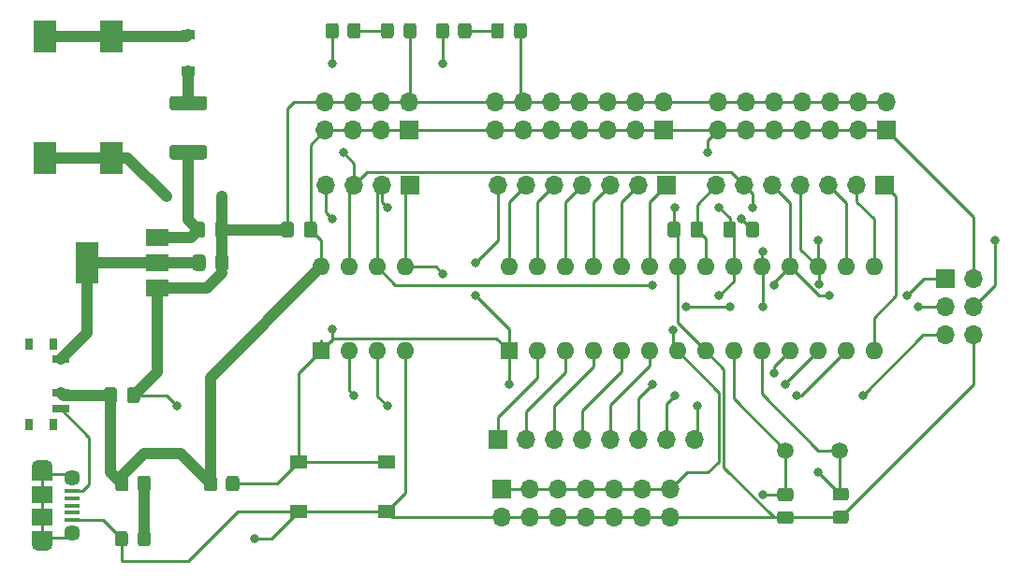
<source format=gbr>
%TF.GenerationSoftware,KiCad,Pcbnew,(5.1.9)-1*%
%TF.CreationDate,2021-06-11T11:12:06+10:00*%
%TF.ProjectId,AVRDevBoard,41565244-6576-4426-9f61-72642e6b6963,rev?*%
%TF.SameCoordinates,Original*%
%TF.FileFunction,Copper,L1,Top*%
%TF.FilePolarity,Positive*%
%FSLAX46Y46*%
G04 Gerber Fmt 4.6, Leading zero omitted, Abs format (unit mm)*
G04 Created by KiCad (PCBNEW (5.1.9)-1) date 2021-06-11 11:12:06*
%MOMM*%
%LPD*%
G01*
G04 APERTURE LIST*
%TA.AperFunction,SMDPad,CuDef*%
%ADD10R,1.200000X0.900000*%
%TD*%
%TA.AperFunction,ComponentPad*%
%ADD11R,1.700000X1.700000*%
%TD*%
%TA.AperFunction,ComponentPad*%
%ADD12O,1.700000X1.700000*%
%TD*%
%TA.AperFunction,SMDPad,CuDef*%
%ADD13R,2.000000X3.000000*%
%TD*%
%TA.AperFunction,SMDPad,CuDef*%
%ADD14R,1.900000X1.500000*%
%TD*%
%TA.AperFunction,ComponentPad*%
%ADD15C,1.450000*%
%TD*%
%TA.AperFunction,SMDPad,CuDef*%
%ADD16R,1.350000X0.400000*%
%TD*%
%TA.AperFunction,ComponentPad*%
%ADD17O,1.900000X1.200000*%
%TD*%
%TA.AperFunction,SMDPad,CuDef*%
%ADD18R,1.900000X1.200000*%
%TD*%
%TA.AperFunction,SMDPad,CuDef*%
%ADD19R,1.500000X0.700000*%
%TD*%
%TA.AperFunction,SMDPad,CuDef*%
%ADD20R,0.800000X1.000000*%
%TD*%
%TA.AperFunction,SMDPad,CuDef*%
%ADD21R,1.550000X1.300000*%
%TD*%
%TA.AperFunction,SMDPad,CuDef*%
%ADD22R,2.000000X3.800000*%
%TD*%
%TA.AperFunction,SMDPad,CuDef*%
%ADD23R,2.000000X1.500000*%
%TD*%
%TA.AperFunction,ComponentPad*%
%ADD24R,1.600000X1.600000*%
%TD*%
%TA.AperFunction,ComponentPad*%
%ADD25O,1.600000X1.600000*%
%TD*%
%TA.AperFunction,ComponentPad*%
%ADD26C,1.500000*%
%TD*%
%TA.AperFunction,ViaPad*%
%ADD27C,0.800000*%
%TD*%
%TA.AperFunction,Conductor*%
%ADD28C,0.250000*%
%TD*%
%TA.AperFunction,Conductor*%
%ADD29C,1.000000*%
%TD*%
G04 APERTURE END LIST*
%TO.P,C1,2*%
%TO.N,GND*%
%TA.AperFunction,SMDPad,CuDef*%
G36*
G01*
X39450000Y-113475000D02*
X39450000Y-112525000D01*
G75*
G02*
X39700000Y-112275000I250000J0D01*
G01*
X40375000Y-112275000D01*
G75*
G02*
X40625000Y-112525000I0J-250000D01*
G01*
X40625000Y-113475000D01*
G75*
G02*
X40375000Y-113725000I-250000J0D01*
G01*
X39700000Y-113725000D01*
G75*
G02*
X39450000Y-113475000I0J250000D01*
G01*
G37*
%TD.AperFunction*%
%TO.P,C1,1*%
%TO.N,+5V*%
%TA.AperFunction,SMDPad,CuDef*%
G36*
G01*
X37375000Y-113475000D02*
X37375000Y-112525000D01*
G75*
G02*
X37625000Y-112275000I250000J0D01*
G01*
X38300000Y-112275000D01*
G75*
G02*
X38550000Y-112525000I0J-250000D01*
G01*
X38550000Y-113475000D01*
G75*
G02*
X38300000Y-113725000I-250000J0D01*
G01*
X37625000Y-113725000D01*
G75*
G02*
X37375000Y-113475000I0J250000D01*
G01*
G37*
%TD.AperFunction*%
%TD*%
%TO.P,C2,2*%
%TO.N,GND*%
%TA.AperFunction,SMDPad,CuDef*%
G36*
G01*
X47412500Y-98475000D02*
X47412500Y-97525000D01*
G75*
G02*
X47662500Y-97275000I250000J0D01*
G01*
X48337500Y-97275000D01*
G75*
G02*
X48587500Y-97525000I0J-250000D01*
G01*
X48587500Y-98475000D01*
G75*
G02*
X48337500Y-98725000I-250000J0D01*
G01*
X47662500Y-98725000D01*
G75*
G02*
X47412500Y-98475000I0J250000D01*
G01*
G37*
%TD.AperFunction*%
%TO.P,C2,1*%
%TO.N,Net-(C2-Pad1)*%
%TA.AperFunction,SMDPad,CuDef*%
G36*
G01*
X45337500Y-98475000D02*
X45337500Y-97525000D01*
G75*
G02*
X45587500Y-97275000I250000J0D01*
G01*
X46262500Y-97275000D01*
G75*
G02*
X46512500Y-97525000I0J-250000D01*
G01*
X46512500Y-98475000D01*
G75*
G02*
X46262500Y-98725000I-250000J0D01*
G01*
X45587500Y-98725000D01*
G75*
G02*
X45337500Y-98475000I0J250000D01*
G01*
G37*
%TD.AperFunction*%
%TD*%
%TO.P,C3,1*%
%TO.N,Net-(C3-Pad1)*%
%TA.AperFunction,SMDPad,CuDef*%
G36*
G01*
X45375000Y-101475000D02*
X45375000Y-100525000D01*
G75*
G02*
X45625000Y-100275000I250000J0D01*
G01*
X46300000Y-100275000D01*
G75*
G02*
X46550000Y-100525000I0J-250000D01*
G01*
X46550000Y-101475000D01*
G75*
G02*
X46300000Y-101725000I-250000J0D01*
G01*
X45625000Y-101725000D01*
G75*
G02*
X45375000Y-101475000I0J250000D01*
G01*
G37*
%TD.AperFunction*%
%TO.P,C3,2*%
%TO.N,GND*%
%TA.AperFunction,SMDPad,CuDef*%
G36*
G01*
X47450000Y-101475000D02*
X47450000Y-100525000D01*
G75*
G02*
X47700000Y-100275000I250000J0D01*
G01*
X48375000Y-100275000D01*
G75*
G02*
X48625000Y-100525000I0J-250000D01*
G01*
X48625000Y-101475000D01*
G75*
G02*
X48375000Y-101725000I-250000J0D01*
G01*
X47700000Y-101725000D01*
G75*
G02*
X47450000Y-101475000I0J250000D01*
G01*
G37*
%TD.AperFunction*%
%TD*%
%TO.P,C4,1*%
%TO.N,XTAL1*%
%TA.AperFunction,SMDPad,CuDef*%
G36*
G01*
X98525000Y-121412500D02*
X99475000Y-121412500D01*
G75*
G02*
X99725000Y-121662500I0J-250000D01*
G01*
X99725000Y-122337500D01*
G75*
G02*
X99475000Y-122587500I-250000J0D01*
G01*
X98525000Y-122587500D01*
G75*
G02*
X98275000Y-122337500I0J250000D01*
G01*
X98275000Y-121662500D01*
G75*
G02*
X98525000Y-121412500I250000J0D01*
G01*
G37*
%TD.AperFunction*%
%TO.P,C4,2*%
%TO.N,GND*%
%TA.AperFunction,SMDPad,CuDef*%
G36*
G01*
X98525000Y-123487500D02*
X99475000Y-123487500D01*
G75*
G02*
X99725000Y-123737500I0J-250000D01*
G01*
X99725000Y-124412500D01*
G75*
G02*
X99475000Y-124662500I-250000J0D01*
G01*
X98525000Y-124662500D01*
G75*
G02*
X98275000Y-124412500I0J250000D01*
G01*
X98275000Y-123737500D01*
G75*
G02*
X98525000Y-123487500I250000J0D01*
G01*
G37*
%TD.AperFunction*%
%TD*%
%TO.P,C5,2*%
%TO.N,GND*%
%TA.AperFunction,SMDPad,CuDef*%
G36*
G01*
X103525000Y-123450000D02*
X104475000Y-123450000D01*
G75*
G02*
X104725000Y-123700000I0J-250000D01*
G01*
X104725000Y-124375000D01*
G75*
G02*
X104475000Y-124625000I-250000J0D01*
G01*
X103525000Y-124625000D01*
G75*
G02*
X103275000Y-124375000I0J250000D01*
G01*
X103275000Y-123700000D01*
G75*
G02*
X103525000Y-123450000I250000J0D01*
G01*
G37*
%TD.AperFunction*%
%TO.P,C5,1*%
%TO.N,XTAL2*%
%TA.AperFunction,SMDPad,CuDef*%
G36*
G01*
X103525000Y-121375000D02*
X104475000Y-121375000D01*
G75*
G02*
X104725000Y-121625000I0J-250000D01*
G01*
X104725000Y-122300000D01*
G75*
G02*
X104475000Y-122550000I-250000J0D01*
G01*
X103525000Y-122550000D01*
G75*
G02*
X103275000Y-122300000I0J250000D01*
G01*
X103275000Y-121625000D01*
G75*
G02*
X103525000Y-121375000I250000J0D01*
G01*
G37*
%TD.AperFunction*%
%TD*%
%TO.P,C6,1*%
%TO.N,+5V*%
%TA.AperFunction,SMDPad,CuDef*%
G36*
G01*
X93375000Y-98475000D02*
X93375000Y-97525000D01*
G75*
G02*
X93625000Y-97275000I250000J0D01*
G01*
X94300000Y-97275000D01*
G75*
G02*
X94550000Y-97525000I0J-250000D01*
G01*
X94550000Y-98475000D01*
G75*
G02*
X94300000Y-98725000I-250000J0D01*
G01*
X93625000Y-98725000D01*
G75*
G02*
X93375000Y-98475000I0J250000D01*
G01*
G37*
%TD.AperFunction*%
%TO.P,C6,2*%
%TO.N,GND*%
%TA.AperFunction,SMDPad,CuDef*%
G36*
G01*
X95450000Y-98475000D02*
X95450000Y-97525000D01*
G75*
G02*
X95700000Y-97275000I250000J0D01*
G01*
X96375000Y-97275000D01*
G75*
G02*
X96625000Y-97525000I0J-250000D01*
G01*
X96625000Y-98475000D01*
G75*
G02*
X96375000Y-98725000I-250000J0D01*
G01*
X95700000Y-98725000D01*
G75*
G02*
X95450000Y-98475000I0J250000D01*
G01*
G37*
%TD.AperFunction*%
%TD*%
%TO.P,C7,1*%
%TO.N,AREF*%
%TA.AperFunction,SMDPad,CuDef*%
G36*
G01*
X91587500Y-97525000D02*
X91587500Y-98475000D01*
G75*
G02*
X91337500Y-98725000I-250000J0D01*
G01*
X90662500Y-98725000D01*
G75*
G02*
X90412500Y-98475000I0J250000D01*
G01*
X90412500Y-97525000D01*
G75*
G02*
X90662500Y-97275000I250000J0D01*
G01*
X91337500Y-97275000D01*
G75*
G02*
X91587500Y-97525000I0J-250000D01*
G01*
G37*
%TD.AperFunction*%
%TO.P,C7,2*%
%TO.N,GND*%
%TA.AperFunction,SMDPad,CuDef*%
G36*
G01*
X89512500Y-97525000D02*
X89512500Y-98475000D01*
G75*
G02*
X89262500Y-98725000I-250000J0D01*
G01*
X88587500Y-98725000D01*
G75*
G02*
X88337500Y-98475000I0J250000D01*
G01*
X88337500Y-97525000D01*
G75*
G02*
X88587500Y-97275000I250000J0D01*
G01*
X89262500Y-97275000D01*
G75*
G02*
X89512500Y-97525000I0J-250000D01*
G01*
G37*
%TD.AperFunction*%
%TD*%
%TO.P,C8,2*%
%TO.N,GND*%
%TA.AperFunction,SMDPad,CuDef*%
G36*
G01*
X54550000Y-97525000D02*
X54550000Y-98475000D01*
G75*
G02*
X54300000Y-98725000I-250000J0D01*
G01*
X53625000Y-98725000D01*
G75*
G02*
X53375000Y-98475000I0J250000D01*
G01*
X53375000Y-97525000D01*
G75*
G02*
X53625000Y-97275000I250000J0D01*
G01*
X54300000Y-97275000D01*
G75*
G02*
X54550000Y-97525000I0J-250000D01*
G01*
G37*
%TD.AperFunction*%
%TO.P,C8,1*%
%TO.N,+5V*%
%TA.AperFunction,SMDPad,CuDef*%
G36*
G01*
X56625000Y-97525000D02*
X56625000Y-98475000D01*
G75*
G02*
X56375000Y-98725000I-250000J0D01*
G01*
X55700000Y-98725000D01*
G75*
G02*
X55450000Y-98475000I0J250000D01*
G01*
X55450000Y-97525000D01*
G75*
G02*
X55700000Y-97275000I250000J0D01*
G01*
X56375000Y-97275000D01*
G75*
G02*
X56625000Y-97525000I0J-250000D01*
G01*
G37*
%TD.AperFunction*%
%TD*%
D10*
%TO.P,D1,1*%
%TO.N,Net-(D1-Pad1)*%
X45000000Y-83650000D03*
%TO.P,D1,2*%
%TO.N,DC_in*%
X45000000Y-80350000D03*
%TD*%
%TO.P,D2,1*%
%TO.N,GND*%
%TA.AperFunction,SMDPad,CuDef*%
G36*
G01*
X65625000Y-79549999D02*
X65625000Y-80450001D01*
G75*
G02*
X65375001Y-80700000I-249999J0D01*
G01*
X64724999Y-80700000D01*
G75*
G02*
X64475000Y-80450001I0J249999D01*
G01*
X64475000Y-79549999D01*
G75*
G02*
X64724999Y-79300000I249999J0D01*
G01*
X65375001Y-79300000D01*
G75*
G02*
X65625000Y-79549999I0J-249999D01*
G01*
G37*
%TD.AperFunction*%
%TO.P,D2,2*%
%TO.N,Net-(D2-Pad2)*%
%TA.AperFunction,SMDPad,CuDef*%
G36*
G01*
X63575000Y-79549999D02*
X63575000Y-80450001D01*
G75*
G02*
X63325001Y-80700000I-249999J0D01*
G01*
X62674999Y-80700000D01*
G75*
G02*
X62425000Y-80450001I0J249999D01*
G01*
X62425000Y-79549999D01*
G75*
G02*
X62674999Y-79300000I249999J0D01*
G01*
X63325001Y-79300000D01*
G75*
G02*
X63575000Y-79549999I0J-249999D01*
G01*
G37*
%TD.AperFunction*%
%TD*%
%TO.P,D3,2*%
%TO.N,Net-(D3-Pad2)*%
%TA.AperFunction,SMDPad,CuDef*%
G36*
G01*
X73550000Y-79549999D02*
X73550000Y-80450001D01*
G75*
G02*
X73300001Y-80700000I-249999J0D01*
G01*
X72649999Y-80700000D01*
G75*
G02*
X72400000Y-80450001I0J249999D01*
G01*
X72400000Y-79549999D01*
G75*
G02*
X72649999Y-79300000I249999J0D01*
G01*
X73300001Y-79300000D01*
G75*
G02*
X73550000Y-79549999I0J-249999D01*
G01*
G37*
%TD.AperFunction*%
%TO.P,D3,1*%
%TO.N,GND*%
%TA.AperFunction,SMDPad,CuDef*%
G36*
G01*
X75600000Y-79549999D02*
X75600000Y-80450001D01*
G75*
G02*
X75350001Y-80700000I-249999J0D01*
G01*
X74699999Y-80700000D01*
G75*
G02*
X74450000Y-80450001I0J249999D01*
G01*
X74450000Y-79549999D01*
G75*
G02*
X74699999Y-79300000I249999J0D01*
G01*
X75350001Y-79300000D01*
G75*
G02*
X75600000Y-79549999I0J-249999D01*
G01*
G37*
%TD.AperFunction*%
%TD*%
%TO.P,D4,1*%
%TO.N,GND*%
%TA.AperFunction,SMDPad,CuDef*%
G36*
G01*
X38375000Y-126450001D02*
X38375000Y-125549999D01*
G75*
G02*
X38624999Y-125300000I249999J0D01*
G01*
X39275001Y-125300000D01*
G75*
G02*
X39525000Y-125549999I0J-249999D01*
G01*
X39525000Y-126450001D01*
G75*
G02*
X39275001Y-126700000I-249999J0D01*
G01*
X38624999Y-126700000D01*
G75*
G02*
X38375000Y-126450001I0J249999D01*
G01*
G37*
%TD.AperFunction*%
%TO.P,D4,2*%
%TO.N,Net-(D4-Pad2)*%
%TA.AperFunction,SMDPad,CuDef*%
G36*
G01*
X40425000Y-126450001D02*
X40425000Y-125549999D01*
G75*
G02*
X40674999Y-125300000I249999J0D01*
G01*
X41325001Y-125300000D01*
G75*
G02*
X41575000Y-125549999I0J-249999D01*
G01*
X41575000Y-126450001D01*
G75*
G02*
X41325001Y-126700000I-249999J0D01*
G01*
X40674999Y-126700000D01*
G75*
G02*
X40425000Y-126450001I0J249999D01*
G01*
G37*
%TD.AperFunction*%
%TD*%
%TO.P,F1,1*%
%TO.N,Net-(D1-Pad1)*%
%TA.AperFunction,SMDPad,CuDef*%
G36*
G01*
X43550000Y-85900000D02*
X46450000Y-85900000D01*
G75*
G02*
X46700000Y-86150000I0J-250000D01*
G01*
X46700000Y-86950000D01*
G75*
G02*
X46450000Y-87200000I-250000J0D01*
G01*
X43550000Y-87200000D01*
G75*
G02*
X43300000Y-86950000I0J250000D01*
G01*
X43300000Y-86150000D01*
G75*
G02*
X43550000Y-85900000I250000J0D01*
G01*
G37*
%TD.AperFunction*%
%TO.P,F1,2*%
%TO.N,Net-(C2-Pad1)*%
%TA.AperFunction,SMDPad,CuDef*%
G36*
G01*
X43550000Y-90350000D02*
X46450000Y-90350000D01*
G75*
G02*
X46700000Y-90600000I0J-250000D01*
G01*
X46700000Y-91400000D01*
G75*
G02*
X46450000Y-91650000I-250000J0D01*
G01*
X43550000Y-91650000D01*
G75*
G02*
X43300000Y-91400000I0J250000D01*
G01*
X43300000Y-90600000D01*
G75*
G02*
X43550000Y-90350000I250000J0D01*
G01*
G37*
%TD.AperFunction*%
%TD*%
D11*
%TO.P,J1,1*%
%TO.N,PB0_tiny*%
X65080000Y-94000000D03*
D12*
%TO.P,J1,2*%
%TO.N,PB1_tiny*%
X62540000Y-94000000D03*
%TO.P,J1,3*%
%TO.N,PB2_tiny*%
X60000000Y-94000000D03*
%TO.P,J1,4*%
%TO.N,RST*%
X57460000Y-94000000D03*
%TD*%
D11*
%TO.P,J2,1*%
%TO.N,+5V*%
X65000000Y-89000000D03*
D12*
%TO.P,J2,2*%
%TO.N,GND*%
X65000000Y-86460000D03*
%TO.P,J2,3*%
%TO.N,+5V*%
X62460000Y-89000000D03*
%TO.P,J2,4*%
%TO.N,GND*%
X62460000Y-86460000D03*
%TO.P,J2,5*%
%TO.N,+5V*%
X59920000Y-89000000D03*
%TO.P,J2,6*%
%TO.N,GND*%
X59920000Y-86460000D03*
%TO.P,J2,7*%
%TO.N,+5V*%
X57380000Y-89000000D03*
%TO.P,J2,8*%
%TO.N,GND*%
X57380000Y-86460000D03*
%TD*%
D11*
%TO.P,J3,1*%
%TO.N,PB0*%
X108000000Y-94000000D03*
D12*
%TO.P,J3,2*%
%TO.N,PB1*%
X105460000Y-94000000D03*
%TO.P,J3,3*%
%TO.N,PB2*%
X102920000Y-94000000D03*
%TO.P,J3,4*%
%TO.N,PB0_tiny*%
X100380000Y-94000000D03*
%TO.P,J3,5*%
%TO.N,PB1_tiny*%
X97840000Y-94000000D03*
%TO.P,J3,6*%
%TO.N,PB2_tiny*%
X95300000Y-94000000D03*
%TO.P,J3,7*%
%TO.N,AREF*%
X92760000Y-94000000D03*
%TD*%
%TO.P,J4,7*%
%TO.N,RST*%
X73000000Y-94000000D03*
%TO.P,J4,6*%
%TO.N,PC5*%
X75540000Y-94000000D03*
%TO.P,J4,5*%
%TO.N,PC4*%
X78080000Y-94000000D03*
%TO.P,J4,4*%
%TO.N,PC3*%
X80620000Y-94000000D03*
%TO.P,J4,3*%
%TO.N,PC2*%
X83160000Y-94000000D03*
%TO.P,J4,2*%
%TO.N,PC1*%
X85700000Y-94000000D03*
D11*
%TO.P,J4,1*%
%TO.N,PC0*%
X88240000Y-94000000D03*
%TD*%
%TO.P,J5,1*%
%TO.N,PD0*%
X73000000Y-117000000D03*
D12*
%TO.P,J5,2*%
%TO.N,PD1*%
X75540000Y-117000000D03*
%TO.P,J5,3*%
%TO.N,PD2*%
X78080000Y-117000000D03*
%TO.P,J5,4*%
%TO.N,PD3*%
X80620000Y-117000000D03*
%TO.P,J5,5*%
%TO.N,PD4*%
X83160000Y-117000000D03*
%TO.P,J5,6*%
%TO.N,PD5*%
X85700000Y-117000000D03*
%TO.P,J5,7*%
%TO.N,PD6*%
X88240000Y-117000000D03*
%TO.P,J5,8*%
%TO.N,PD7*%
X90780000Y-117000000D03*
%TD*%
D11*
%TO.P,J6,1*%
%TO.N,+5V*%
X73380000Y-121460000D03*
D12*
%TO.P,J6,2*%
%TO.N,GND*%
X73380000Y-124000000D03*
%TO.P,J6,3*%
%TO.N,+5V*%
X75920000Y-121460000D03*
%TO.P,J6,4*%
%TO.N,GND*%
X75920000Y-124000000D03*
%TO.P,J6,5*%
%TO.N,+5V*%
X78460000Y-121460000D03*
%TO.P,J6,6*%
%TO.N,GND*%
X78460000Y-124000000D03*
%TO.P,J6,7*%
%TO.N,+5V*%
X81000000Y-121460000D03*
%TO.P,J6,8*%
%TO.N,GND*%
X81000000Y-124000000D03*
%TO.P,J6,9*%
%TO.N,+5V*%
X83540000Y-121460000D03*
%TO.P,J6,10*%
%TO.N,GND*%
X83540000Y-124000000D03*
%TO.P,J6,11*%
%TO.N,+5V*%
X86080000Y-121460000D03*
%TO.P,J6,12*%
%TO.N,GND*%
X86080000Y-124000000D03*
%TO.P,J6,13*%
%TO.N,+5V*%
X88620000Y-121460000D03*
%TO.P,J6,14*%
%TO.N,GND*%
X88620000Y-124000000D03*
%TD*%
%TO.P,J7,14*%
%TO.N,GND*%
X72760000Y-86460000D03*
%TO.P,J7,13*%
%TO.N,+5V*%
X72760000Y-89000000D03*
%TO.P,J7,12*%
%TO.N,GND*%
X75300000Y-86460000D03*
%TO.P,J7,11*%
%TO.N,+5V*%
X75300000Y-89000000D03*
%TO.P,J7,10*%
%TO.N,GND*%
X77840000Y-86460000D03*
%TO.P,J7,9*%
%TO.N,+5V*%
X77840000Y-89000000D03*
%TO.P,J7,8*%
%TO.N,GND*%
X80380000Y-86460000D03*
%TO.P,J7,7*%
%TO.N,+5V*%
X80380000Y-89000000D03*
%TO.P,J7,6*%
%TO.N,GND*%
X82920000Y-86460000D03*
%TO.P,J7,5*%
%TO.N,+5V*%
X82920000Y-89000000D03*
%TO.P,J7,4*%
%TO.N,GND*%
X85460000Y-86460000D03*
%TO.P,J7,3*%
%TO.N,+5V*%
X85460000Y-89000000D03*
%TO.P,J7,2*%
%TO.N,GND*%
X88000000Y-86460000D03*
D11*
%TO.P,J7,1*%
%TO.N,+5V*%
X88000000Y-89000000D03*
%TD*%
%TO.P,J8,1*%
%TO.N,+5V*%
X108160000Y-89000000D03*
D12*
%TO.P,J8,2*%
%TO.N,GND*%
X108160000Y-86460000D03*
%TO.P,J8,3*%
%TO.N,+5V*%
X105620000Y-89000000D03*
%TO.P,J8,4*%
%TO.N,GND*%
X105620000Y-86460000D03*
%TO.P,J8,5*%
%TO.N,+5V*%
X103080000Y-89000000D03*
%TO.P,J8,6*%
%TO.N,GND*%
X103080000Y-86460000D03*
%TO.P,J8,7*%
%TO.N,+5V*%
X100540000Y-89000000D03*
%TO.P,J8,8*%
%TO.N,GND*%
X100540000Y-86460000D03*
%TO.P,J8,9*%
%TO.N,+5V*%
X98000000Y-89000000D03*
%TO.P,J8,10*%
%TO.N,GND*%
X98000000Y-86460000D03*
%TO.P,J8,11*%
%TO.N,+5V*%
X95460000Y-89000000D03*
%TO.P,J8,12*%
%TO.N,GND*%
X95460000Y-86460000D03*
%TO.P,J8,13*%
%TO.N,+5V*%
X92920000Y-89000000D03*
%TO.P,J8,14*%
%TO.N,GND*%
X92920000Y-86460000D03*
%TD*%
D13*
%TO.P,J9,1*%
%TO.N,DC_in*%
X32000000Y-80500000D03*
X38000000Y-80500000D03*
%TO.P,J9,2*%
%TO.N,GND*%
X38000000Y-91500000D03*
%TO.P,J9,3*%
X32000000Y-91500000D03*
%TD*%
D14*
%TO.P,J10,6*%
%TO.N,Net-(J10-Pad6)*%
X31762500Y-124000000D03*
D15*
X34462500Y-120500000D03*
D16*
%TO.P,J10,2*%
%TO.N,Net-(J10-Pad2)*%
X34462500Y-122350000D03*
%TO.P,J10,1*%
%TO.N,USB_in*%
X34462500Y-121700000D03*
%TO.P,J10,5*%
%TO.N,GND*%
X34462500Y-124300000D03*
%TO.P,J10,4*%
%TO.N,Net-(J10-Pad4)*%
X34462500Y-123650000D03*
%TO.P,J10,3*%
%TO.N,Net-(J10-Pad3)*%
X34462500Y-123000000D03*
D15*
%TO.P,J10,6*%
%TO.N,Net-(J10-Pad6)*%
X34462500Y-125500000D03*
D14*
X31762500Y-122000000D03*
D17*
X31762500Y-119500000D03*
X31762500Y-126500000D03*
D18*
X31762500Y-125900000D03*
X31762500Y-120100000D03*
%TD*%
D12*
%TO.P,ICSP,6*%
%TO.N,GND*%
X116000000Y-107540000D03*
%TO.P,ICSP,5*%
%TO.N,RST*%
X113460000Y-107540000D03*
%TO.P,ICSP,4*%
%TO.N,PB0_tiny*%
X116000000Y-105000000D03*
%TO.P,ICSP,3*%
%TO.N,PB2_tiny*%
X113460000Y-105000000D03*
%TO.P,ICSP,2*%
%TO.N,+5V*%
X116000000Y-102460000D03*
D11*
%TO.P,ICSP,1*%
%TO.N,PB1_tiny*%
X113460000Y-102460000D03*
%TD*%
%TO.P,R1,2*%
%TO.N,+5V*%
%TA.AperFunction,SMDPad,CuDef*%
G36*
G01*
X47600000Y-120549999D02*
X47600000Y-121450001D01*
G75*
G02*
X47350001Y-121700000I-249999J0D01*
G01*
X46649999Y-121700000D01*
G75*
G02*
X46400000Y-121450001I0J249999D01*
G01*
X46400000Y-120549999D01*
G75*
G02*
X46649999Y-120300000I249999J0D01*
G01*
X47350001Y-120300000D01*
G75*
G02*
X47600000Y-120549999I0J-249999D01*
G01*
G37*
%TD.AperFunction*%
%TO.P,R1,1*%
%TO.N,RST*%
%TA.AperFunction,SMDPad,CuDef*%
G36*
G01*
X49600000Y-120549999D02*
X49600000Y-121450001D01*
G75*
G02*
X49350001Y-121700000I-249999J0D01*
G01*
X48649999Y-121700000D01*
G75*
G02*
X48400000Y-121450001I0J249999D01*
G01*
X48400000Y-120549999D01*
G75*
G02*
X48649999Y-120300000I249999J0D01*
G01*
X49350001Y-120300000D01*
G75*
G02*
X49600000Y-120549999I0J-249999D01*
G01*
G37*
%TD.AperFunction*%
%TD*%
%TO.P,R2,1*%
%TO.N,Net-(D2-Pad2)*%
%TA.AperFunction,SMDPad,CuDef*%
G36*
G01*
X60600000Y-79549999D02*
X60600000Y-80450001D01*
G75*
G02*
X60350001Y-80700000I-249999J0D01*
G01*
X59649999Y-80700000D01*
G75*
G02*
X59400000Y-80450001I0J249999D01*
G01*
X59400000Y-79549999D01*
G75*
G02*
X59649999Y-79300000I249999J0D01*
G01*
X60350001Y-79300000D01*
G75*
G02*
X60600000Y-79549999I0J-249999D01*
G01*
G37*
%TD.AperFunction*%
%TO.P,R2,2*%
%TO.N,PB2_tiny*%
%TA.AperFunction,SMDPad,CuDef*%
G36*
G01*
X58600000Y-79549999D02*
X58600000Y-80450001D01*
G75*
G02*
X58350001Y-80700000I-249999J0D01*
G01*
X57649999Y-80700000D01*
G75*
G02*
X57400000Y-80450001I0J249999D01*
G01*
X57400000Y-79549999D01*
G75*
G02*
X57649999Y-79300000I249999J0D01*
G01*
X58350001Y-79300000D01*
G75*
G02*
X58600000Y-79549999I0J-249999D01*
G01*
G37*
%TD.AperFunction*%
%TD*%
%TO.P,R3,2*%
%TO.N,PB1_tiny*%
%TA.AperFunction,SMDPad,CuDef*%
G36*
G01*
X68600000Y-79549999D02*
X68600000Y-80450001D01*
G75*
G02*
X68350001Y-80700000I-249999J0D01*
G01*
X67649999Y-80700000D01*
G75*
G02*
X67400000Y-80450001I0J249999D01*
G01*
X67400000Y-79549999D01*
G75*
G02*
X67649999Y-79300000I249999J0D01*
G01*
X68350001Y-79300000D01*
G75*
G02*
X68600000Y-79549999I0J-249999D01*
G01*
G37*
%TD.AperFunction*%
%TO.P,R3,1*%
%TO.N,Net-(D3-Pad2)*%
%TA.AperFunction,SMDPad,CuDef*%
G36*
G01*
X70600000Y-79549999D02*
X70600000Y-80450001D01*
G75*
G02*
X70350001Y-80700000I-249999J0D01*
G01*
X69649999Y-80700000D01*
G75*
G02*
X69400000Y-80450001I0J249999D01*
G01*
X69400000Y-79549999D01*
G75*
G02*
X69649999Y-79300000I249999J0D01*
G01*
X70350001Y-79300000D01*
G75*
G02*
X70600000Y-79549999I0J-249999D01*
G01*
G37*
%TD.AperFunction*%
%TD*%
%TO.P,R4,1*%
%TO.N,Net-(D4-Pad2)*%
%TA.AperFunction,SMDPad,CuDef*%
G36*
G01*
X41600000Y-120549999D02*
X41600000Y-121450001D01*
G75*
G02*
X41350001Y-121700000I-249999J0D01*
G01*
X40649999Y-121700000D01*
G75*
G02*
X40400000Y-121450001I0J249999D01*
G01*
X40400000Y-120549999D01*
G75*
G02*
X40649999Y-120300000I249999J0D01*
G01*
X41350001Y-120300000D01*
G75*
G02*
X41600000Y-120549999I0J-249999D01*
G01*
G37*
%TD.AperFunction*%
%TO.P,R4,2*%
%TO.N,+5V*%
%TA.AperFunction,SMDPad,CuDef*%
G36*
G01*
X39600000Y-120549999D02*
X39600000Y-121450001D01*
G75*
G02*
X39350001Y-121700000I-249999J0D01*
G01*
X38649999Y-121700000D01*
G75*
G02*
X38400000Y-121450001I0J249999D01*
G01*
X38400000Y-120549999D01*
G75*
G02*
X38649999Y-120300000I249999J0D01*
G01*
X39350001Y-120300000D01*
G75*
G02*
X39600000Y-120549999I0J-249999D01*
G01*
G37*
%TD.AperFunction*%
%TD*%
D19*
%TO.P,SW1,1*%
%TO.N,Net-(C3-Pad1)*%
X33430000Y-109750000D03*
%TO.P,SW1,2*%
%TO.N,+5V*%
X33430000Y-112750000D03*
%TO.P,SW1,3*%
%TO.N,USB_in*%
X33430000Y-114250000D03*
D20*
%TO.P,SW1,*%
%TO.N,*%
X30570000Y-108350000D03*
X30570000Y-115650000D03*
X32780000Y-115650000D03*
X32780000Y-108350000D03*
%TD*%
D21*
%TO.P,RESET,2*%
%TO.N,GND*%
X55000000Y-123500000D03*
%TO.P,RESET,1*%
%TO.N,RST*%
X55000000Y-119000000D03*
X62950000Y-119000000D03*
%TO.P,RESET,2*%
%TO.N,GND*%
X62950000Y-123500000D03*
%TD*%
D22*
%TO.P,U1,2*%
%TO.N,Net-(C3-Pad1)*%
X35850000Y-101000000D03*
D23*
X42150000Y-101000000D03*
%TO.P,U1,3*%
%TO.N,Net-(C2-Pad1)*%
X42150000Y-98700000D03*
%TO.P,U1,1*%
%TO.N,GND*%
X42150000Y-103300000D03*
%TD*%
D24*
%TO.P,U2,1*%
%TO.N,RST*%
X57000000Y-109000000D03*
D25*
%TO.P,U2,5*%
%TO.N,PB0_tiny*%
X64620000Y-101380000D03*
%TO.P,U2,2*%
%TO.N,XTAL1*%
X59540000Y-109000000D03*
%TO.P,U2,6*%
%TO.N,PB1_tiny*%
X62080000Y-101380000D03*
%TO.P,U2,3*%
%TO.N,XTAL2*%
X62080000Y-109000000D03*
%TO.P,U2,7*%
%TO.N,PB2_tiny*%
X59540000Y-101380000D03*
%TO.P,U2,4*%
%TO.N,GND*%
X64620000Y-109000000D03*
%TO.P,U2,8*%
%TO.N,+5V*%
X57000000Y-101380000D03*
%TD*%
D24*
%TO.P,U3,1*%
%TO.N,RST*%
X74000000Y-109000000D03*
D25*
%TO.P,U3,15*%
%TO.N,PB1*%
X107020000Y-101380000D03*
%TO.P,U3,2*%
%TO.N,PD0*%
X76540000Y-109000000D03*
%TO.P,U3,16*%
%TO.N,PB2*%
X104480000Y-101380000D03*
%TO.P,U3,3*%
%TO.N,PD1*%
X79080000Y-109000000D03*
%TO.P,U3,17*%
%TO.N,PB0_tiny*%
X101940000Y-101380000D03*
%TO.P,U3,4*%
%TO.N,PD2*%
X81620000Y-109000000D03*
%TO.P,U3,18*%
%TO.N,PB1_tiny*%
X99400000Y-101380000D03*
%TO.P,U3,5*%
%TO.N,PD3*%
X84160000Y-109000000D03*
%TO.P,U3,19*%
%TO.N,PB2_tiny*%
X96860000Y-101380000D03*
%TO.P,U3,6*%
%TO.N,PD4*%
X86700000Y-109000000D03*
%TO.P,U3,20*%
%TO.N,+5V*%
X94320000Y-101380000D03*
%TO.P,U3,7*%
X89240000Y-109000000D03*
%TO.P,U3,21*%
%TO.N,AREF*%
X91780000Y-101380000D03*
%TO.P,U3,8*%
%TO.N,GND*%
X91780000Y-109000000D03*
%TO.P,U3,22*%
X89240000Y-101380000D03*
%TO.P,U3,9*%
%TO.N,XTAL1*%
X94320000Y-109000000D03*
%TO.P,U3,23*%
%TO.N,PC0*%
X86700000Y-101380000D03*
%TO.P,U3,10*%
%TO.N,XTAL2*%
X96860000Y-109000000D03*
%TO.P,U3,24*%
%TO.N,PC1*%
X84160000Y-101380000D03*
%TO.P,U3,11*%
%TO.N,PD5*%
X99400000Y-109000000D03*
%TO.P,U3,25*%
%TO.N,PC2*%
X81620000Y-101380000D03*
%TO.P,U3,12*%
%TO.N,PD6*%
X101940000Y-109000000D03*
%TO.P,U3,26*%
%TO.N,PC3*%
X79080000Y-101380000D03*
%TO.P,U3,13*%
%TO.N,PD7*%
X104480000Y-109000000D03*
%TO.P,U3,27*%
%TO.N,PC4*%
X76540000Y-101380000D03*
%TO.P,U3,14*%
%TO.N,PB0*%
X107020000Y-109000000D03*
%TO.P,U3,28*%
%TO.N,PC5*%
X74000000Y-101380000D03*
%TD*%
D26*
%TO.P,Y1,1*%
%TO.N,XTAL1*%
X99000000Y-118000000D03*
%TO.P,Y1,2*%
%TO.N,XTAL2*%
X103900000Y-118000000D03*
%TD*%
D27*
%TO.N,GND*%
X48000000Y-95000000D03*
X43000000Y-95000000D03*
X44000000Y-114000000D03*
X51000000Y-126000000D03*
X89000000Y-96000000D03*
X95000000Y-97000000D03*
%TO.N,+5V*%
X93000000Y-96000000D03*
X92000000Y-91000000D03*
X93000000Y-104000000D03*
X88877347Y-107122653D03*
%TO.N,XTAL1*%
X60000000Y-113000000D03*
X97000000Y-122000000D03*
%TO.N,XTAL2*%
X63000000Y-114000000D03*
X102000000Y-120000000D03*
%TO.N,PB0_tiny*%
X118000000Y-99000000D03*
X102000000Y-99000000D03*
X68000000Y-102000000D03*
X90000000Y-105000000D03*
X94000000Y-105000000D03*
X102022653Y-102977347D03*
%TO.N,PB1_tiny*%
X110000000Y-104000000D03*
X103000000Y-104000000D03*
X87000000Y-103000000D03*
X98000000Y-103000000D03*
X63000000Y-96000000D03*
X68000000Y-83000000D03*
%TO.N,PB2_tiny*%
X97000000Y-100000000D03*
X96000000Y-96000000D03*
X111000000Y-105000000D03*
X97000000Y-105000000D03*
X59000000Y-91000000D03*
X58000000Y-83000000D03*
%TO.N,RST*%
X58000000Y-97000000D03*
X58000000Y-107000000D03*
X74000000Y-112000000D03*
X106000000Y-113000000D03*
X71000000Y-101000000D03*
X71012653Y-103987347D03*
%TO.N,PD5*%
X98000000Y-111000000D03*
X87000000Y-112000000D03*
%TO.N,PD6*%
X99000000Y-112000000D03*
X89000000Y-113000000D03*
%TO.N,PD7*%
X100000000Y-113000000D03*
X91000000Y-114000000D03*
%TD*%
D28*
%TO.N,GND*%
X38000000Y-91500000D02*
X38500000Y-91500000D01*
X48037500Y-101962500D02*
X48037500Y-101000000D01*
X37250000Y-124300000D02*
X34462500Y-124300000D01*
X38950000Y-126000000D02*
X37250000Y-124300000D01*
X53962500Y-98000000D02*
X53962500Y-87037500D01*
X54540000Y-86460000D02*
X57380000Y-86460000D01*
X53962500Y-87037500D02*
X54540000Y-86460000D01*
X57380000Y-86460000D02*
X59920000Y-86460000D01*
X62460000Y-86460000D02*
X59920000Y-86460000D01*
X65000000Y-86460000D02*
X62460000Y-86460000D01*
X65000000Y-86460000D02*
X72760000Y-86460000D01*
X72760000Y-86460000D02*
X75300000Y-86460000D01*
X75300000Y-86460000D02*
X77840000Y-86460000D01*
X77840000Y-86460000D02*
X80380000Y-86460000D01*
X80380000Y-86460000D02*
X82920000Y-86460000D01*
X82920000Y-86460000D02*
X85460000Y-86460000D01*
X85460000Y-86460000D02*
X88000000Y-86460000D01*
X88000000Y-86460000D02*
X92920000Y-86460000D01*
X92920000Y-86460000D02*
X95460000Y-86460000D01*
X95460000Y-86460000D02*
X98000000Y-86460000D01*
X98000000Y-86460000D02*
X100540000Y-86460000D01*
X100540000Y-86460000D02*
X103080000Y-86460000D01*
X103080000Y-86460000D02*
X105620000Y-86460000D01*
X105620000Y-86460000D02*
X108160000Y-86460000D01*
X64620000Y-121830000D02*
X62950000Y-123500000D01*
X64620000Y-109000000D02*
X64620000Y-121830000D01*
X55000000Y-123500000D02*
X62950000Y-123500000D01*
X63450000Y-124000000D02*
X62950000Y-123500000D01*
X73380000Y-124000000D02*
X63450000Y-124000000D01*
X73380000Y-124000000D02*
X75920000Y-124000000D01*
X75920000Y-124000000D02*
X78460000Y-124000000D01*
X78460000Y-124000000D02*
X81000000Y-124000000D01*
X81000000Y-124000000D02*
X83540000Y-124000000D01*
X83540000Y-124000000D02*
X86080000Y-124000000D01*
X86080000Y-124000000D02*
X88620000Y-124000000D01*
X98925000Y-124000000D02*
X99000000Y-124075000D01*
X88620000Y-124000000D02*
X98925000Y-124000000D01*
X103962500Y-124075000D02*
X104000000Y-124037500D01*
X99000000Y-124075000D02*
X103962500Y-124075000D01*
X55000000Y-123500000D02*
X49500000Y-123500000D01*
X43000000Y-113000000D02*
X44000000Y-114000000D01*
X40037500Y-113000000D02*
X43000000Y-113000000D01*
X52500000Y-126000000D02*
X55000000Y-123500000D01*
X51000000Y-126000000D02*
X52500000Y-126000000D01*
X89240000Y-98315000D02*
X88925000Y-98000000D01*
X89240000Y-101380000D02*
X89240000Y-98315000D01*
X89240000Y-106460000D02*
X91780000Y-109000000D01*
X89240000Y-101380000D02*
X89240000Y-106460000D01*
X98001998Y-124075000D02*
X99000000Y-124075000D01*
X93450010Y-119523012D02*
X98001998Y-124075000D01*
X93450010Y-110670010D02*
X93450010Y-119523012D01*
X91780000Y-109000000D02*
X93450010Y-110670010D01*
X116000000Y-112037500D02*
X116000000Y-107540000D01*
X104000000Y-124037500D02*
X116000000Y-112037500D01*
X65050000Y-86410000D02*
X65000000Y-86460000D01*
X88925000Y-96075000D02*
X89000000Y-96000000D01*
X88925000Y-98000000D02*
X88925000Y-96075000D01*
X95037500Y-97000000D02*
X96037500Y-98000000D01*
X95000000Y-97000000D02*
X95037500Y-97000000D01*
X65050000Y-80000000D02*
X65050000Y-81050000D01*
X65050000Y-81050000D02*
X65050000Y-86410000D01*
X65050000Y-81000000D02*
X65050000Y-81050000D01*
X75025000Y-86185000D02*
X75300000Y-86460000D01*
X75025000Y-80000000D02*
X75025000Y-86185000D01*
X38950000Y-126000000D02*
X38950000Y-127950000D01*
X38950000Y-127950000D02*
X39000000Y-128000000D01*
X45000000Y-128000000D02*
X49500000Y-123500000D01*
X39000000Y-128000000D02*
X45000000Y-128000000D01*
D29*
X32000000Y-91500000D02*
X38000000Y-91500000D01*
X39500000Y-91500000D02*
X43000000Y-95000000D01*
X38000000Y-91500000D02*
X39500000Y-91500000D01*
X48000000Y-95000000D02*
X48000000Y-98000000D01*
X48000000Y-100962500D02*
X48037500Y-101000000D01*
X48000000Y-98000000D02*
X48000000Y-100962500D01*
X46700000Y-103300000D02*
X42150000Y-103300000D01*
X48037500Y-101962500D02*
X46700000Y-103300000D01*
X42150000Y-110887500D02*
X40037500Y-113000000D01*
X42150000Y-103300000D02*
X42150000Y-110887500D01*
X48000000Y-98000000D02*
X53962500Y-98000000D01*
D28*
%TO.N,+5V*%
X37962500Y-113000000D02*
X37962500Y-114962500D01*
X73380000Y-121460000D02*
X75920000Y-121460000D01*
X75920000Y-121460000D02*
X78460000Y-121460000D01*
X78460000Y-121460000D02*
X81000000Y-121460000D01*
X81000000Y-121460000D02*
X83540000Y-121460000D01*
X83540000Y-121460000D02*
X86080000Y-121460000D01*
X86080000Y-121460000D02*
X88620000Y-121460000D01*
X88620000Y-121460000D02*
X90080000Y-120000000D01*
X90080000Y-120000000D02*
X92000000Y-120000000D01*
X92000000Y-120000000D02*
X93000000Y-119000000D01*
X93000000Y-112760000D02*
X89240000Y-109000000D01*
X93000000Y-119000000D02*
X93000000Y-112760000D01*
X57380000Y-89000000D02*
X59920000Y-89000000D01*
X59920000Y-89000000D02*
X62460000Y-89000000D01*
X62460000Y-89000000D02*
X65000000Y-89000000D01*
X65000000Y-89000000D02*
X72760000Y-89000000D01*
X72760000Y-89000000D02*
X75300000Y-89000000D01*
X75300000Y-89000000D02*
X77840000Y-89000000D01*
X77840000Y-89000000D02*
X80380000Y-89000000D01*
X80380000Y-89000000D02*
X82920000Y-89000000D01*
X82920000Y-89000000D02*
X85460000Y-89000000D01*
X85460000Y-89000000D02*
X88000000Y-89000000D01*
X88000000Y-89000000D02*
X92920000Y-89000000D01*
X92920000Y-89000000D02*
X95460000Y-89000000D01*
X95460000Y-89000000D02*
X98000000Y-89000000D01*
X98000000Y-89000000D02*
X100540000Y-89000000D01*
X100540000Y-89000000D02*
X103080000Y-89000000D01*
X103080000Y-89000000D02*
X105620000Y-89000000D01*
X105620000Y-89000000D02*
X108160000Y-89000000D01*
X57000000Y-98962500D02*
X56037500Y-98000000D01*
X57000000Y-101380000D02*
X57000000Y-98962500D01*
X94320000Y-98357500D02*
X93962500Y-98000000D01*
X94320000Y-101380000D02*
X94320000Y-98357500D01*
X93962500Y-96962500D02*
X93000000Y-96000000D01*
X93962500Y-98000000D02*
X93962500Y-96962500D01*
X92000000Y-89920000D02*
X92920000Y-89000000D01*
X92000000Y-91000000D02*
X92000000Y-89920000D01*
X94320000Y-102680000D02*
X93000000Y-104000000D01*
X94320000Y-101380000D02*
X94320000Y-102680000D01*
X88877347Y-108637347D02*
X89240000Y-109000000D01*
X88877347Y-107122653D02*
X88877347Y-108637347D01*
X116000000Y-96840000D02*
X108160000Y-89000000D01*
X116000000Y-102460000D02*
X116000000Y-96840000D01*
X56037500Y-90342500D02*
X57380000Y-89000000D01*
X56037500Y-98000000D02*
X56037500Y-90342500D01*
D29*
X33680000Y-113000000D02*
X33430000Y-112750000D01*
X37962500Y-113000000D02*
X33680000Y-113000000D01*
X37962500Y-119962500D02*
X39000000Y-121000000D01*
X37962500Y-113000000D02*
X37962500Y-119962500D01*
X39000000Y-120300000D02*
X41000000Y-118300000D01*
X39000000Y-121000000D02*
X39000000Y-120300000D01*
X44300000Y-118300000D02*
X47000000Y-121000000D01*
X41000000Y-118300000D02*
X44300000Y-118300000D01*
X47000000Y-111380000D02*
X57000000Y-101380000D01*
X47000000Y-121000000D02*
X47000000Y-111380000D01*
%TO.N,Net-(C2-Pad1)*%
X45000000Y-97075000D02*
X45925000Y-98000000D01*
X45000000Y-91000000D02*
X45000000Y-97075000D01*
X45225000Y-98700000D02*
X45925000Y-98000000D01*
X42150000Y-98700000D02*
X45225000Y-98700000D01*
%TO.N,Net-(C3-Pad1)*%
X45962500Y-101000000D02*
X42150000Y-101000000D01*
X42150000Y-101000000D02*
X35850000Y-101000000D01*
X35850000Y-107330000D02*
X33430000Y-109750000D01*
X35850000Y-101000000D02*
X35850000Y-107330000D01*
D28*
%TO.N,XTAL1*%
X99000000Y-122000000D02*
X99000000Y-118000000D01*
X94320000Y-113320000D02*
X94320000Y-109000000D01*
X99000000Y-118000000D02*
X94320000Y-113320000D01*
X59540000Y-112540000D02*
X60000000Y-113000000D01*
X59540000Y-109000000D02*
X59540000Y-112540000D01*
X97000000Y-122000000D02*
X99000000Y-122000000D01*
%TO.N,XTAL2*%
X103900000Y-121862500D02*
X104000000Y-121962500D01*
X103900000Y-118000000D02*
X103900000Y-121862500D01*
X103900000Y-118000000D02*
X102000000Y-118000000D01*
X96860000Y-112860000D02*
X96860000Y-109000000D01*
X102000000Y-118000000D02*
X96860000Y-112860000D01*
X62080000Y-113080000D02*
X63000000Y-114000000D01*
X62080000Y-109000000D02*
X62080000Y-113080000D01*
X103962500Y-121962500D02*
X104000000Y-121962500D01*
X102000000Y-120000000D02*
X103962500Y-121962500D01*
%TO.N,AREF*%
X91780000Y-98780000D02*
X91000000Y-98000000D01*
X91780000Y-101380000D02*
X91780000Y-98780000D01*
X91000000Y-95760000D02*
X92760000Y-94000000D01*
X91000000Y-98000000D02*
X91000000Y-95760000D01*
D29*
%TO.N,Net-(D1-Pad1)*%
X45000000Y-83650000D02*
X45000000Y-86550000D01*
%TO.N,DC_in*%
X32000000Y-80500000D02*
X38000000Y-80500000D01*
X44850000Y-80500000D02*
X45000000Y-80350000D01*
X38000000Y-80500000D02*
X44850000Y-80500000D01*
D28*
%TO.N,Net-(D2-Pad2)*%
X60000000Y-80000000D02*
X63000000Y-80000000D01*
%TO.N,Net-(D3-Pad2)*%
X70000000Y-80000000D02*
X72975000Y-80000000D01*
D29*
%TO.N,Net-(D4-Pad2)*%
X41000000Y-121000000D02*
X41000000Y-126000000D01*
D28*
%TO.N,PB0_tiny*%
X64620000Y-94460000D02*
X65080000Y-94000000D01*
X64620000Y-101380000D02*
X64620000Y-94460000D01*
X100380000Y-99820000D02*
X100380000Y-94000000D01*
X101940000Y-101380000D02*
X100380000Y-99820000D01*
X118000000Y-103000000D02*
X118000000Y-99000000D01*
X116000000Y-105000000D02*
X118000000Y-103000000D01*
X102000000Y-101320000D02*
X101940000Y-101380000D01*
X102000000Y-99000000D02*
X102000000Y-101320000D01*
X67380000Y-101380000D02*
X68000000Y-102000000D01*
X64620000Y-101380000D02*
X67380000Y-101380000D01*
X90000000Y-105000000D02*
X94000000Y-105000000D01*
X102022653Y-101462653D02*
X101940000Y-101380000D01*
X102022653Y-102977347D02*
X102022653Y-101462653D01*
%TO.N,PB1_tiny*%
X62080000Y-94460000D02*
X62540000Y-94000000D01*
X62080000Y-101380000D02*
X62080000Y-94460000D01*
X99400000Y-95560000D02*
X97840000Y-94000000D01*
X99400000Y-101380000D02*
X99400000Y-95560000D01*
X111540000Y-102460000D02*
X110000000Y-104000000D01*
X113460000Y-102460000D02*
X111540000Y-102460000D01*
X102020000Y-104000000D02*
X99400000Y-101380000D01*
X103000000Y-104000000D02*
X102020000Y-104000000D01*
X63700000Y-103000000D02*
X87000000Y-103000000D01*
X62080000Y-101380000D02*
X63700000Y-103000000D01*
X98000000Y-102780000D02*
X99400000Y-101380000D01*
X98000000Y-103000000D02*
X98000000Y-102780000D01*
X62540000Y-95540000D02*
X63000000Y-96000000D01*
X62540000Y-94000000D02*
X62540000Y-95540000D01*
X68000000Y-83000000D02*
X68000000Y-81000000D01*
X68000000Y-80000000D02*
X68000000Y-81000000D01*
%TO.N,PB2_tiny*%
X59540000Y-94460000D02*
X60000000Y-94000000D01*
X59540000Y-101380000D02*
X59540000Y-94460000D01*
X96860000Y-100140000D02*
X97000000Y-100000000D01*
X96860000Y-101380000D02*
X96860000Y-100140000D01*
X96000000Y-94700000D02*
X95300000Y-94000000D01*
X96000000Y-96000000D02*
X96000000Y-94700000D01*
X113460000Y-105000000D02*
X111000000Y-105000000D01*
X97000000Y-101520000D02*
X96860000Y-101380000D01*
X97000000Y-105000000D02*
X97000000Y-101520000D01*
X94124999Y-92824999D02*
X95300000Y-94000000D01*
X61175001Y-92824999D02*
X94124999Y-92824999D01*
X60000000Y-94000000D02*
X61175001Y-92824999D01*
X60000000Y-92000000D02*
X59000000Y-91000000D01*
X60000000Y-94000000D02*
X60000000Y-92000000D01*
X58000000Y-83000000D02*
X58000000Y-81000000D01*
X58000000Y-80000000D02*
X58000000Y-81000000D01*
%TO.N,RST*%
X53000000Y-121000000D02*
X55000000Y-119000000D01*
X49000000Y-121000000D02*
X53000000Y-121000000D01*
X55000000Y-111000000D02*
X57000000Y-109000000D01*
X55000000Y-119000000D02*
X55000000Y-111000000D01*
X62950000Y-119000000D02*
X55000000Y-119000000D01*
X57000000Y-109000000D02*
X57000000Y-108000000D01*
X57460000Y-96460000D02*
X58000000Y-97000000D01*
X57460000Y-94000000D02*
X57460000Y-96460000D01*
X58000000Y-108000000D02*
X57000000Y-109000000D01*
X58000000Y-107000000D02*
X58000000Y-108000000D01*
X72874999Y-107874999D02*
X74000000Y-109000000D01*
X58125001Y-107874999D02*
X72874999Y-107874999D01*
X57000000Y-109000000D02*
X58125001Y-107874999D01*
X74000000Y-109000000D02*
X74000000Y-112000000D01*
X111460000Y-107540000D02*
X113460000Y-107540000D01*
X106000000Y-113000000D02*
X111460000Y-107540000D01*
X73000000Y-99000000D02*
X71000000Y-101000000D01*
X73000000Y-94000000D02*
X73000000Y-99000000D01*
X74000000Y-106974694D02*
X74000000Y-109000000D01*
X71012653Y-103987347D02*
X74000000Y-106974694D01*
%TO.N,PB0*%
X109000000Y-95000000D02*
X108000000Y-94000000D01*
X109000000Y-104000000D02*
X109000000Y-95000000D01*
X107020000Y-105980000D02*
X109000000Y-104000000D01*
X107020000Y-109000000D02*
X107020000Y-105980000D01*
%TO.N,PB1*%
X107020000Y-101380000D02*
X107020000Y-97020000D01*
X105460000Y-95460000D02*
X105460000Y-94000000D01*
X107020000Y-97020000D02*
X105460000Y-95460000D01*
%TO.N,PB2*%
X104480000Y-95560000D02*
X102920000Y-94000000D01*
X104480000Y-101380000D02*
X104480000Y-95560000D01*
%TO.N,PC5*%
X74000000Y-95540000D02*
X75540000Y-94000000D01*
X74000000Y-101380000D02*
X74000000Y-95540000D01*
%TO.N,PC4*%
X76540000Y-95540000D02*
X78080000Y-94000000D01*
X76540000Y-101380000D02*
X76540000Y-95540000D01*
%TO.N,PC3*%
X79080000Y-95540000D02*
X80620000Y-94000000D01*
X79080000Y-101380000D02*
X79080000Y-95540000D01*
%TO.N,PC2*%
X81620000Y-95540000D02*
X83160000Y-94000000D01*
X81620000Y-101380000D02*
X81620000Y-95540000D01*
%TO.N,PC1*%
X84160000Y-95540000D02*
X85700000Y-94000000D01*
X84160000Y-101380000D02*
X84160000Y-95540000D01*
%TO.N,PC0*%
X86700000Y-95540000D02*
X88240000Y-94000000D01*
X86700000Y-101380000D02*
X86700000Y-95540000D01*
%TO.N,PD0*%
X76540000Y-109000000D02*
X76540000Y-111460000D01*
X73000000Y-115000000D02*
X73000000Y-117000000D01*
X76540000Y-111460000D02*
X73000000Y-115000000D01*
%TO.N,PD1*%
X79080000Y-109000000D02*
X79080000Y-110920000D01*
X75540000Y-114460000D02*
X75540000Y-117000000D01*
X79080000Y-110920000D02*
X75540000Y-114460000D01*
%TO.N,PD2*%
X81620000Y-109000000D02*
X81620000Y-110380000D01*
X78080000Y-113920000D02*
X78080000Y-117000000D01*
X81620000Y-110380000D02*
X78080000Y-113920000D01*
%TO.N,PD3*%
X84160000Y-109000000D02*
X84160000Y-110840000D01*
X80620000Y-114380000D02*
X80620000Y-117000000D01*
X84160000Y-110840000D02*
X80620000Y-114380000D01*
%TO.N,PD4*%
X86700000Y-109000000D02*
X86700000Y-110300000D01*
X83160000Y-113840000D02*
X83160000Y-117000000D01*
X86700000Y-110300000D02*
X83160000Y-113840000D01*
%TO.N,PD5*%
X98000000Y-110400000D02*
X98000000Y-111000000D01*
X99400000Y-109000000D02*
X98000000Y-110400000D01*
X85700000Y-113300000D02*
X85700000Y-117000000D01*
X87000000Y-112000000D02*
X85700000Y-113300000D01*
%TO.N,PD6*%
X99000000Y-111940000D02*
X99000000Y-112000000D01*
X101940000Y-109000000D02*
X99000000Y-111940000D01*
X88240000Y-113760000D02*
X88240000Y-117000000D01*
X89000000Y-113000000D02*
X88240000Y-113760000D01*
%TO.N,PD7*%
X100480000Y-113000000D02*
X100000000Y-113000000D01*
X104480000Y-109000000D02*
X100480000Y-113000000D01*
X91000000Y-116780000D02*
X90780000Y-117000000D01*
X91000000Y-114000000D02*
X91000000Y-116780000D01*
%TO.N,Net-(J10-Pad6)*%
X34062500Y-125900000D02*
X34462500Y-125500000D01*
X31762500Y-125900000D02*
X34062500Y-125900000D01*
X34062500Y-120100000D02*
X34462500Y-120500000D01*
X31762500Y-120100000D02*
X34062500Y-120100000D01*
X31762500Y-120100000D02*
X31762500Y-122000000D01*
X31762500Y-124000000D02*
X31762500Y-122000000D01*
X31762500Y-124000000D02*
X31762500Y-126500000D01*
%TO.N,USB_in*%
X35387500Y-121700000D02*
X34462500Y-121700000D01*
X36000000Y-121087500D02*
X35387500Y-121700000D01*
X36000000Y-116820000D02*
X36000000Y-121087500D01*
X33430000Y-114250000D02*
X36000000Y-116820000D01*
%TD*%
M02*

</source>
